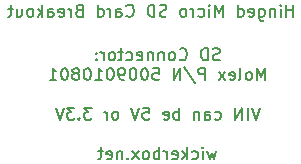
<source format=gbo>
%TF.GenerationSoftware,KiCad,Pcbnew,4.0.4+e1-6308~48~ubuntu16.04.1-stable*%
%TF.CreationDate,2017-01-04T16:11:55-08:00*%
%TF.ProjectId,sd-micro-hinged-5009010801-breakout,73642D6D6963726F2D68696E6765642D,v1.0*%
%TF.FileFunction,Legend,Bot*%
%FSLAX46Y46*%
G04 Gerber Fmt 4.6, Leading zero omitted, Abs format (unit mm)*
G04 Created by KiCad (PCBNEW 4.0.4+e1-6308~48~ubuntu16.04.1-stable) date Wed Jan  4 16:11:55 2017*
%MOMM*%
%LPD*%
G01*
G04 APERTURE LIST*
%ADD10C,0.350000*%
%ADD11C,0.152400*%
G04 APERTURE END LIST*
D10*
D11*
X136712474Y-94693619D02*
X136712474Y-93677619D01*
X136712474Y-94161429D02*
X136131903Y-94161429D01*
X136131903Y-94693619D02*
X136131903Y-93677619D01*
X135648093Y-94693619D02*
X135648093Y-94016286D01*
X135648093Y-93677619D02*
X135696474Y-93726000D01*
X135648093Y-93774381D01*
X135599712Y-93726000D01*
X135648093Y-93677619D01*
X135648093Y-93774381D01*
X135164283Y-94016286D02*
X135164283Y-94693619D01*
X135164283Y-94113048D02*
X135115902Y-94064667D01*
X135019140Y-94016286D01*
X134873998Y-94016286D01*
X134777236Y-94064667D01*
X134728855Y-94161429D01*
X134728855Y-94693619D01*
X133809617Y-94016286D02*
X133809617Y-94838762D01*
X133857998Y-94935524D01*
X133906379Y-94983905D01*
X134003140Y-95032286D01*
X134148283Y-95032286D01*
X134245045Y-94983905D01*
X133809617Y-94645238D02*
X133906379Y-94693619D01*
X134099902Y-94693619D01*
X134196664Y-94645238D01*
X134245045Y-94596857D01*
X134293426Y-94500095D01*
X134293426Y-94209810D01*
X134245045Y-94113048D01*
X134196664Y-94064667D01*
X134099902Y-94016286D01*
X133906379Y-94016286D01*
X133809617Y-94064667D01*
X132938760Y-94645238D02*
X133035522Y-94693619D01*
X133229045Y-94693619D01*
X133325807Y-94645238D01*
X133374188Y-94548476D01*
X133374188Y-94161429D01*
X133325807Y-94064667D01*
X133229045Y-94016286D01*
X133035522Y-94016286D01*
X132938760Y-94064667D01*
X132890379Y-94161429D01*
X132890379Y-94258190D01*
X133374188Y-94354952D01*
X132019522Y-94693619D02*
X132019522Y-93677619D01*
X132019522Y-94645238D02*
X132116284Y-94693619D01*
X132309807Y-94693619D01*
X132406569Y-94645238D01*
X132454950Y-94596857D01*
X132503331Y-94500095D01*
X132503331Y-94209810D01*
X132454950Y-94113048D01*
X132406569Y-94064667D01*
X132309807Y-94016286D01*
X132116284Y-94016286D01*
X132019522Y-94064667D01*
X130761617Y-94693619D02*
X130761617Y-93677619D01*
X130422951Y-94403333D01*
X130084284Y-93677619D01*
X130084284Y-94693619D01*
X129600474Y-94693619D02*
X129600474Y-94016286D01*
X129600474Y-93677619D02*
X129648855Y-93726000D01*
X129600474Y-93774381D01*
X129552093Y-93726000D01*
X129600474Y-93677619D01*
X129600474Y-93774381D01*
X128681236Y-94645238D02*
X128777998Y-94693619D01*
X128971521Y-94693619D01*
X129068283Y-94645238D01*
X129116664Y-94596857D01*
X129165045Y-94500095D01*
X129165045Y-94209810D01*
X129116664Y-94113048D01*
X129068283Y-94064667D01*
X128971521Y-94016286D01*
X128777998Y-94016286D01*
X128681236Y-94064667D01*
X128245807Y-94693619D02*
X128245807Y-94016286D01*
X128245807Y-94209810D02*
X128197426Y-94113048D01*
X128149045Y-94064667D01*
X128052283Y-94016286D01*
X127955522Y-94016286D01*
X127471712Y-94693619D02*
X127568474Y-94645238D01*
X127616855Y-94596857D01*
X127665236Y-94500095D01*
X127665236Y-94209810D01*
X127616855Y-94113048D01*
X127568474Y-94064667D01*
X127471712Y-94016286D01*
X127326570Y-94016286D01*
X127229808Y-94064667D01*
X127181427Y-94113048D01*
X127133046Y-94209810D01*
X127133046Y-94500095D01*
X127181427Y-94596857D01*
X127229808Y-94645238D01*
X127326570Y-94693619D01*
X127471712Y-94693619D01*
X125971903Y-94645238D02*
X125826760Y-94693619D01*
X125584856Y-94693619D01*
X125488094Y-94645238D01*
X125439713Y-94596857D01*
X125391332Y-94500095D01*
X125391332Y-94403333D01*
X125439713Y-94306571D01*
X125488094Y-94258190D01*
X125584856Y-94209810D01*
X125778379Y-94161429D01*
X125875141Y-94113048D01*
X125923522Y-94064667D01*
X125971903Y-93967905D01*
X125971903Y-93871143D01*
X125923522Y-93774381D01*
X125875141Y-93726000D01*
X125778379Y-93677619D01*
X125536475Y-93677619D01*
X125391332Y-93726000D01*
X124955903Y-94693619D02*
X124955903Y-93677619D01*
X124713998Y-93677619D01*
X124568856Y-93726000D01*
X124472094Y-93822762D01*
X124423713Y-93919524D01*
X124375332Y-94113048D01*
X124375332Y-94258190D01*
X124423713Y-94451714D01*
X124472094Y-94548476D01*
X124568856Y-94645238D01*
X124713998Y-94693619D01*
X124955903Y-94693619D01*
X122585237Y-94596857D02*
X122633618Y-94645238D01*
X122778761Y-94693619D01*
X122875523Y-94693619D01*
X123020665Y-94645238D01*
X123117427Y-94548476D01*
X123165808Y-94451714D01*
X123214189Y-94258190D01*
X123214189Y-94113048D01*
X123165808Y-93919524D01*
X123117427Y-93822762D01*
X123020665Y-93726000D01*
X122875523Y-93677619D01*
X122778761Y-93677619D01*
X122633618Y-93726000D01*
X122585237Y-93774381D01*
X121714380Y-94693619D02*
X121714380Y-94161429D01*
X121762761Y-94064667D01*
X121859523Y-94016286D01*
X122053046Y-94016286D01*
X122149808Y-94064667D01*
X121714380Y-94645238D02*
X121811142Y-94693619D01*
X122053046Y-94693619D01*
X122149808Y-94645238D01*
X122198189Y-94548476D01*
X122198189Y-94451714D01*
X122149808Y-94354952D01*
X122053046Y-94306571D01*
X121811142Y-94306571D01*
X121714380Y-94258190D01*
X121230570Y-94693619D02*
X121230570Y-94016286D01*
X121230570Y-94209810D02*
X121182189Y-94113048D01*
X121133808Y-94064667D01*
X121037046Y-94016286D01*
X120940285Y-94016286D01*
X120166190Y-94693619D02*
X120166190Y-93677619D01*
X120166190Y-94645238D02*
X120262952Y-94693619D01*
X120456475Y-94693619D01*
X120553237Y-94645238D01*
X120601618Y-94596857D01*
X120649999Y-94500095D01*
X120649999Y-94209810D01*
X120601618Y-94113048D01*
X120553237Y-94064667D01*
X120456475Y-94016286D01*
X120262952Y-94016286D01*
X120166190Y-94064667D01*
X118569619Y-94161429D02*
X118424476Y-94209810D01*
X118376095Y-94258190D01*
X118327714Y-94354952D01*
X118327714Y-94500095D01*
X118376095Y-94596857D01*
X118424476Y-94645238D01*
X118521238Y-94693619D01*
X118908285Y-94693619D01*
X118908285Y-93677619D01*
X118569619Y-93677619D01*
X118472857Y-93726000D01*
X118424476Y-93774381D01*
X118376095Y-93871143D01*
X118376095Y-93967905D01*
X118424476Y-94064667D01*
X118472857Y-94113048D01*
X118569619Y-94161429D01*
X118908285Y-94161429D01*
X117892285Y-94693619D02*
X117892285Y-94016286D01*
X117892285Y-94209810D02*
X117843904Y-94113048D01*
X117795523Y-94064667D01*
X117698761Y-94016286D01*
X117602000Y-94016286D01*
X116876286Y-94645238D02*
X116973048Y-94693619D01*
X117166571Y-94693619D01*
X117263333Y-94645238D01*
X117311714Y-94548476D01*
X117311714Y-94161429D01*
X117263333Y-94064667D01*
X117166571Y-94016286D01*
X116973048Y-94016286D01*
X116876286Y-94064667D01*
X116827905Y-94161429D01*
X116827905Y-94258190D01*
X117311714Y-94354952D01*
X115957048Y-94693619D02*
X115957048Y-94161429D01*
X116005429Y-94064667D01*
X116102191Y-94016286D01*
X116295714Y-94016286D01*
X116392476Y-94064667D01*
X115957048Y-94645238D02*
X116053810Y-94693619D01*
X116295714Y-94693619D01*
X116392476Y-94645238D01*
X116440857Y-94548476D01*
X116440857Y-94451714D01*
X116392476Y-94354952D01*
X116295714Y-94306571D01*
X116053810Y-94306571D01*
X115957048Y-94258190D01*
X115473238Y-94693619D02*
X115473238Y-93677619D01*
X115376476Y-94306571D02*
X115086191Y-94693619D01*
X115086191Y-94016286D02*
X115473238Y-94403333D01*
X114505619Y-94693619D02*
X114602381Y-94645238D01*
X114650762Y-94596857D01*
X114699143Y-94500095D01*
X114699143Y-94209810D01*
X114650762Y-94113048D01*
X114602381Y-94064667D01*
X114505619Y-94016286D01*
X114360477Y-94016286D01*
X114263715Y-94064667D01*
X114215334Y-94113048D01*
X114166953Y-94209810D01*
X114166953Y-94500095D01*
X114215334Y-94596857D01*
X114263715Y-94645238D01*
X114360477Y-94693619D01*
X114505619Y-94693619D01*
X113296096Y-94016286D02*
X113296096Y-94693619D01*
X113731524Y-94016286D02*
X113731524Y-94548476D01*
X113683143Y-94645238D01*
X113586381Y-94693619D01*
X113441239Y-94693619D01*
X113344477Y-94645238D01*
X113296096Y-94596857D01*
X112957429Y-94016286D02*
X112570381Y-94016286D01*
X112812286Y-93677619D02*
X112812286Y-94548476D01*
X112763905Y-94645238D01*
X112667143Y-94693619D01*
X112570381Y-94693619D01*
X130471332Y-98328238D02*
X130326189Y-98376619D01*
X130084285Y-98376619D01*
X129987523Y-98328238D01*
X129939142Y-98279857D01*
X129890761Y-98183095D01*
X129890761Y-98086333D01*
X129939142Y-97989571D01*
X129987523Y-97941190D01*
X130084285Y-97892810D01*
X130277808Y-97844429D01*
X130374570Y-97796048D01*
X130422951Y-97747667D01*
X130471332Y-97650905D01*
X130471332Y-97554143D01*
X130422951Y-97457381D01*
X130374570Y-97409000D01*
X130277808Y-97360619D01*
X130035904Y-97360619D01*
X129890761Y-97409000D01*
X129455332Y-98376619D02*
X129455332Y-97360619D01*
X129213427Y-97360619D01*
X129068285Y-97409000D01*
X128971523Y-97505762D01*
X128923142Y-97602524D01*
X128874761Y-97796048D01*
X128874761Y-97941190D01*
X128923142Y-98134714D01*
X128971523Y-98231476D01*
X129068285Y-98328238D01*
X129213427Y-98376619D01*
X129455332Y-98376619D01*
X127084666Y-98279857D02*
X127133047Y-98328238D01*
X127278190Y-98376619D01*
X127374952Y-98376619D01*
X127520094Y-98328238D01*
X127616856Y-98231476D01*
X127665237Y-98134714D01*
X127713618Y-97941190D01*
X127713618Y-97796048D01*
X127665237Y-97602524D01*
X127616856Y-97505762D01*
X127520094Y-97409000D01*
X127374952Y-97360619D01*
X127278190Y-97360619D01*
X127133047Y-97409000D01*
X127084666Y-97457381D01*
X126504094Y-98376619D02*
X126600856Y-98328238D01*
X126649237Y-98279857D01*
X126697618Y-98183095D01*
X126697618Y-97892810D01*
X126649237Y-97796048D01*
X126600856Y-97747667D01*
X126504094Y-97699286D01*
X126358952Y-97699286D01*
X126262190Y-97747667D01*
X126213809Y-97796048D01*
X126165428Y-97892810D01*
X126165428Y-98183095D01*
X126213809Y-98279857D01*
X126262190Y-98328238D01*
X126358952Y-98376619D01*
X126504094Y-98376619D01*
X125729999Y-97699286D02*
X125729999Y-98376619D01*
X125729999Y-97796048D02*
X125681618Y-97747667D01*
X125584856Y-97699286D01*
X125439714Y-97699286D01*
X125342952Y-97747667D01*
X125294571Y-97844429D01*
X125294571Y-98376619D01*
X124810761Y-97699286D02*
X124810761Y-98376619D01*
X124810761Y-97796048D02*
X124762380Y-97747667D01*
X124665618Y-97699286D01*
X124520476Y-97699286D01*
X124423714Y-97747667D01*
X124375333Y-97844429D01*
X124375333Y-98376619D01*
X123504476Y-98328238D02*
X123601238Y-98376619D01*
X123794761Y-98376619D01*
X123891523Y-98328238D01*
X123939904Y-98231476D01*
X123939904Y-97844429D01*
X123891523Y-97747667D01*
X123794761Y-97699286D01*
X123601238Y-97699286D01*
X123504476Y-97747667D01*
X123456095Y-97844429D01*
X123456095Y-97941190D01*
X123939904Y-98037952D01*
X122585238Y-98328238D02*
X122682000Y-98376619D01*
X122875523Y-98376619D01*
X122972285Y-98328238D01*
X123020666Y-98279857D01*
X123069047Y-98183095D01*
X123069047Y-97892810D01*
X123020666Y-97796048D01*
X122972285Y-97747667D01*
X122875523Y-97699286D01*
X122682000Y-97699286D01*
X122585238Y-97747667D01*
X122294952Y-97699286D02*
X121907904Y-97699286D01*
X122149809Y-97360619D02*
X122149809Y-98231476D01*
X122101428Y-98328238D01*
X122004666Y-98376619D01*
X121907904Y-98376619D01*
X121424095Y-98376619D02*
X121520857Y-98328238D01*
X121569238Y-98279857D01*
X121617619Y-98183095D01*
X121617619Y-97892810D01*
X121569238Y-97796048D01*
X121520857Y-97747667D01*
X121424095Y-97699286D01*
X121278953Y-97699286D01*
X121182191Y-97747667D01*
X121133810Y-97796048D01*
X121085429Y-97892810D01*
X121085429Y-98183095D01*
X121133810Y-98279857D01*
X121182191Y-98328238D01*
X121278953Y-98376619D01*
X121424095Y-98376619D01*
X120650000Y-98376619D02*
X120650000Y-97699286D01*
X120650000Y-97892810D02*
X120601619Y-97796048D01*
X120553238Y-97747667D01*
X120456476Y-97699286D01*
X120359715Y-97699286D01*
X120021048Y-98279857D02*
X119972667Y-98328238D01*
X120021048Y-98376619D01*
X120069429Y-98328238D01*
X120021048Y-98279857D01*
X120021048Y-98376619D01*
X120021048Y-97747667D02*
X119972667Y-97796048D01*
X120021048Y-97844429D01*
X120069429Y-97796048D01*
X120021048Y-97747667D01*
X120021048Y-97844429D01*
X134317618Y-100053019D02*
X134317618Y-99037019D01*
X133978952Y-99762733D01*
X133640285Y-99037019D01*
X133640285Y-100053019D01*
X133011332Y-100053019D02*
X133108094Y-100004638D01*
X133156475Y-99956257D01*
X133204856Y-99859495D01*
X133204856Y-99569210D01*
X133156475Y-99472448D01*
X133108094Y-99424067D01*
X133011332Y-99375686D01*
X132866190Y-99375686D01*
X132769428Y-99424067D01*
X132721047Y-99472448D01*
X132672666Y-99569210D01*
X132672666Y-99859495D01*
X132721047Y-99956257D01*
X132769428Y-100004638D01*
X132866190Y-100053019D01*
X133011332Y-100053019D01*
X132092094Y-100053019D02*
X132188856Y-100004638D01*
X132237237Y-99907876D01*
X132237237Y-99037019D01*
X131318000Y-100004638D02*
X131414762Y-100053019D01*
X131608285Y-100053019D01*
X131705047Y-100004638D01*
X131753428Y-99907876D01*
X131753428Y-99520829D01*
X131705047Y-99424067D01*
X131608285Y-99375686D01*
X131414762Y-99375686D01*
X131318000Y-99424067D01*
X131269619Y-99520829D01*
X131269619Y-99617590D01*
X131753428Y-99714352D01*
X130930952Y-100053019D02*
X130398762Y-99375686D01*
X130930952Y-99375686D02*
X130398762Y-100053019D01*
X129237619Y-100053019D02*
X129237619Y-99037019D01*
X128850572Y-99037019D01*
X128753810Y-99085400D01*
X128705429Y-99133781D01*
X128657048Y-99230543D01*
X128657048Y-99375686D01*
X128705429Y-99472448D01*
X128753810Y-99520829D01*
X128850572Y-99569210D01*
X129237619Y-99569210D01*
X127495905Y-98988638D02*
X128366762Y-100294924D01*
X127157238Y-100053019D02*
X127157238Y-99037019D01*
X126576667Y-100053019D01*
X126576667Y-99037019D01*
X124834953Y-99037019D02*
X125318762Y-99037019D01*
X125367143Y-99520829D01*
X125318762Y-99472448D01*
X125222000Y-99424067D01*
X124980096Y-99424067D01*
X124883334Y-99472448D01*
X124834953Y-99520829D01*
X124786572Y-99617590D01*
X124786572Y-99859495D01*
X124834953Y-99956257D01*
X124883334Y-100004638D01*
X124980096Y-100053019D01*
X125222000Y-100053019D01*
X125318762Y-100004638D01*
X125367143Y-99956257D01*
X124157619Y-99037019D02*
X124060858Y-99037019D01*
X123964096Y-99085400D01*
X123915715Y-99133781D01*
X123867334Y-99230543D01*
X123818953Y-99424067D01*
X123818953Y-99665971D01*
X123867334Y-99859495D01*
X123915715Y-99956257D01*
X123964096Y-100004638D01*
X124060858Y-100053019D01*
X124157619Y-100053019D01*
X124254381Y-100004638D01*
X124302762Y-99956257D01*
X124351143Y-99859495D01*
X124399524Y-99665971D01*
X124399524Y-99424067D01*
X124351143Y-99230543D01*
X124302762Y-99133781D01*
X124254381Y-99085400D01*
X124157619Y-99037019D01*
X123190000Y-99037019D02*
X123093239Y-99037019D01*
X122996477Y-99085400D01*
X122948096Y-99133781D01*
X122899715Y-99230543D01*
X122851334Y-99424067D01*
X122851334Y-99665971D01*
X122899715Y-99859495D01*
X122948096Y-99956257D01*
X122996477Y-100004638D01*
X123093239Y-100053019D01*
X123190000Y-100053019D01*
X123286762Y-100004638D01*
X123335143Y-99956257D01*
X123383524Y-99859495D01*
X123431905Y-99665971D01*
X123431905Y-99424067D01*
X123383524Y-99230543D01*
X123335143Y-99133781D01*
X123286762Y-99085400D01*
X123190000Y-99037019D01*
X122367524Y-100053019D02*
X122174000Y-100053019D01*
X122077239Y-100004638D01*
X122028858Y-99956257D01*
X121932096Y-99811114D01*
X121883715Y-99617590D01*
X121883715Y-99230543D01*
X121932096Y-99133781D01*
X121980477Y-99085400D01*
X122077239Y-99037019D01*
X122270762Y-99037019D01*
X122367524Y-99085400D01*
X122415905Y-99133781D01*
X122464286Y-99230543D01*
X122464286Y-99472448D01*
X122415905Y-99569210D01*
X122367524Y-99617590D01*
X122270762Y-99665971D01*
X122077239Y-99665971D01*
X121980477Y-99617590D01*
X121932096Y-99569210D01*
X121883715Y-99472448D01*
X121254762Y-99037019D02*
X121158001Y-99037019D01*
X121061239Y-99085400D01*
X121012858Y-99133781D01*
X120964477Y-99230543D01*
X120916096Y-99424067D01*
X120916096Y-99665971D01*
X120964477Y-99859495D01*
X121012858Y-99956257D01*
X121061239Y-100004638D01*
X121158001Y-100053019D01*
X121254762Y-100053019D01*
X121351524Y-100004638D01*
X121399905Y-99956257D01*
X121448286Y-99859495D01*
X121496667Y-99665971D01*
X121496667Y-99424067D01*
X121448286Y-99230543D01*
X121399905Y-99133781D01*
X121351524Y-99085400D01*
X121254762Y-99037019D01*
X119948477Y-100053019D02*
X120529048Y-100053019D01*
X120238762Y-100053019D02*
X120238762Y-99037019D01*
X120335524Y-99182162D01*
X120432286Y-99278924D01*
X120529048Y-99327305D01*
X119319524Y-99037019D02*
X119222763Y-99037019D01*
X119126001Y-99085400D01*
X119077620Y-99133781D01*
X119029239Y-99230543D01*
X118980858Y-99424067D01*
X118980858Y-99665971D01*
X119029239Y-99859495D01*
X119077620Y-99956257D01*
X119126001Y-100004638D01*
X119222763Y-100053019D01*
X119319524Y-100053019D01*
X119416286Y-100004638D01*
X119464667Y-99956257D01*
X119513048Y-99859495D01*
X119561429Y-99665971D01*
X119561429Y-99424067D01*
X119513048Y-99230543D01*
X119464667Y-99133781D01*
X119416286Y-99085400D01*
X119319524Y-99037019D01*
X118400286Y-99472448D02*
X118497048Y-99424067D01*
X118545429Y-99375686D01*
X118593810Y-99278924D01*
X118593810Y-99230543D01*
X118545429Y-99133781D01*
X118497048Y-99085400D01*
X118400286Y-99037019D01*
X118206763Y-99037019D01*
X118110001Y-99085400D01*
X118061620Y-99133781D01*
X118013239Y-99230543D01*
X118013239Y-99278924D01*
X118061620Y-99375686D01*
X118110001Y-99424067D01*
X118206763Y-99472448D01*
X118400286Y-99472448D01*
X118497048Y-99520829D01*
X118545429Y-99569210D01*
X118593810Y-99665971D01*
X118593810Y-99859495D01*
X118545429Y-99956257D01*
X118497048Y-100004638D01*
X118400286Y-100053019D01*
X118206763Y-100053019D01*
X118110001Y-100004638D01*
X118061620Y-99956257D01*
X118013239Y-99859495D01*
X118013239Y-99665971D01*
X118061620Y-99569210D01*
X118110001Y-99520829D01*
X118206763Y-99472448D01*
X117384286Y-99037019D02*
X117287525Y-99037019D01*
X117190763Y-99085400D01*
X117142382Y-99133781D01*
X117094001Y-99230543D01*
X117045620Y-99424067D01*
X117045620Y-99665971D01*
X117094001Y-99859495D01*
X117142382Y-99956257D01*
X117190763Y-100004638D01*
X117287525Y-100053019D01*
X117384286Y-100053019D01*
X117481048Y-100004638D01*
X117529429Y-99956257D01*
X117577810Y-99859495D01*
X117626191Y-99665971D01*
X117626191Y-99424067D01*
X117577810Y-99230543D01*
X117529429Y-99133781D01*
X117481048Y-99085400D01*
X117384286Y-99037019D01*
X116078001Y-100053019D02*
X116658572Y-100053019D01*
X116368286Y-100053019D02*
X116368286Y-99037019D01*
X116465048Y-99182162D01*
X116561810Y-99278924D01*
X116658572Y-99327305D01*
X133857999Y-102389819D02*
X133519332Y-103405819D01*
X133180666Y-102389819D01*
X132841999Y-103405819D02*
X132841999Y-102389819D01*
X132358189Y-103405819D02*
X132358189Y-102389819D01*
X131777618Y-103405819D01*
X131777618Y-102389819D01*
X130084285Y-103357438D02*
X130181047Y-103405819D01*
X130374570Y-103405819D01*
X130471332Y-103357438D01*
X130519713Y-103309057D01*
X130568094Y-103212295D01*
X130568094Y-102922010D01*
X130519713Y-102825248D01*
X130471332Y-102776867D01*
X130374570Y-102728486D01*
X130181047Y-102728486D01*
X130084285Y-102776867D01*
X129213428Y-103405819D02*
X129213428Y-102873629D01*
X129261809Y-102776867D01*
X129358571Y-102728486D01*
X129552094Y-102728486D01*
X129648856Y-102776867D01*
X129213428Y-103357438D02*
X129310190Y-103405819D01*
X129552094Y-103405819D01*
X129648856Y-103357438D01*
X129697237Y-103260676D01*
X129697237Y-103163914D01*
X129648856Y-103067152D01*
X129552094Y-103018771D01*
X129310190Y-103018771D01*
X129213428Y-102970390D01*
X128729618Y-102728486D02*
X128729618Y-103405819D01*
X128729618Y-102825248D02*
X128681237Y-102776867D01*
X128584475Y-102728486D01*
X128439333Y-102728486D01*
X128342571Y-102776867D01*
X128294190Y-102873629D01*
X128294190Y-103405819D01*
X127036285Y-103405819D02*
X127036285Y-102389819D01*
X127036285Y-102776867D02*
X126939523Y-102728486D01*
X126746000Y-102728486D01*
X126649238Y-102776867D01*
X126600857Y-102825248D01*
X126552476Y-102922010D01*
X126552476Y-103212295D01*
X126600857Y-103309057D01*
X126649238Y-103357438D01*
X126746000Y-103405819D01*
X126939523Y-103405819D01*
X127036285Y-103357438D01*
X125730000Y-103357438D02*
X125826762Y-103405819D01*
X126020285Y-103405819D01*
X126117047Y-103357438D01*
X126165428Y-103260676D01*
X126165428Y-102873629D01*
X126117047Y-102776867D01*
X126020285Y-102728486D01*
X125826762Y-102728486D01*
X125730000Y-102776867D01*
X125681619Y-102873629D01*
X125681619Y-102970390D01*
X126165428Y-103067152D01*
X123988286Y-102389819D02*
X124472095Y-102389819D01*
X124520476Y-102873629D01*
X124472095Y-102825248D01*
X124375333Y-102776867D01*
X124133429Y-102776867D01*
X124036667Y-102825248D01*
X123988286Y-102873629D01*
X123939905Y-102970390D01*
X123939905Y-103212295D01*
X123988286Y-103309057D01*
X124036667Y-103357438D01*
X124133429Y-103405819D01*
X124375333Y-103405819D01*
X124472095Y-103357438D01*
X124520476Y-103309057D01*
X123649619Y-102389819D02*
X123310952Y-103405819D01*
X122972286Y-102389819D01*
X121714381Y-103405819D02*
X121811143Y-103357438D01*
X121859524Y-103309057D01*
X121907905Y-103212295D01*
X121907905Y-102922010D01*
X121859524Y-102825248D01*
X121811143Y-102776867D01*
X121714381Y-102728486D01*
X121569239Y-102728486D01*
X121472477Y-102776867D01*
X121424096Y-102825248D01*
X121375715Y-102922010D01*
X121375715Y-103212295D01*
X121424096Y-103309057D01*
X121472477Y-103357438D01*
X121569239Y-103405819D01*
X121714381Y-103405819D01*
X120940286Y-103405819D02*
X120940286Y-102728486D01*
X120940286Y-102922010D02*
X120891905Y-102825248D01*
X120843524Y-102776867D01*
X120746762Y-102728486D01*
X120650001Y-102728486D01*
X119634001Y-102389819D02*
X119005049Y-102389819D01*
X119343715Y-102776867D01*
X119198573Y-102776867D01*
X119101811Y-102825248D01*
X119053430Y-102873629D01*
X119005049Y-102970390D01*
X119005049Y-103212295D01*
X119053430Y-103309057D01*
X119101811Y-103357438D01*
X119198573Y-103405819D01*
X119488858Y-103405819D01*
X119585620Y-103357438D01*
X119634001Y-103309057D01*
X118569620Y-103309057D02*
X118521239Y-103357438D01*
X118569620Y-103405819D01*
X118618001Y-103357438D01*
X118569620Y-103309057D01*
X118569620Y-103405819D01*
X118182572Y-102389819D02*
X117553620Y-102389819D01*
X117892286Y-102776867D01*
X117747144Y-102776867D01*
X117650382Y-102825248D01*
X117602001Y-102873629D01*
X117553620Y-102970390D01*
X117553620Y-103212295D01*
X117602001Y-103309057D01*
X117650382Y-103357438D01*
X117747144Y-103405819D01*
X118037429Y-103405819D01*
X118134191Y-103357438D01*
X118182572Y-103309057D01*
X117263334Y-102389819D02*
X116924667Y-103405819D01*
X116586001Y-102389819D01*
X130205237Y-106081286D02*
X130011713Y-106758619D01*
X129818190Y-106274810D01*
X129624666Y-106758619D01*
X129431142Y-106081286D01*
X129044094Y-106758619D02*
X129044094Y-106081286D01*
X129044094Y-105742619D02*
X129092475Y-105791000D01*
X129044094Y-105839381D01*
X128995713Y-105791000D01*
X129044094Y-105742619D01*
X129044094Y-105839381D01*
X128124856Y-106710238D02*
X128221618Y-106758619D01*
X128415141Y-106758619D01*
X128511903Y-106710238D01*
X128560284Y-106661857D01*
X128608665Y-106565095D01*
X128608665Y-106274810D01*
X128560284Y-106178048D01*
X128511903Y-106129667D01*
X128415141Y-106081286D01*
X128221618Y-106081286D01*
X128124856Y-106129667D01*
X127689427Y-106758619D02*
X127689427Y-105742619D01*
X127592665Y-106371571D02*
X127302380Y-106758619D01*
X127302380Y-106081286D02*
X127689427Y-106468333D01*
X126479904Y-106710238D02*
X126576666Y-106758619D01*
X126770189Y-106758619D01*
X126866951Y-106710238D01*
X126915332Y-106613476D01*
X126915332Y-106226429D01*
X126866951Y-106129667D01*
X126770189Y-106081286D01*
X126576666Y-106081286D01*
X126479904Y-106129667D01*
X126431523Y-106226429D01*
X126431523Y-106323190D01*
X126915332Y-106419952D01*
X125996094Y-106758619D02*
X125996094Y-106081286D01*
X125996094Y-106274810D02*
X125947713Y-106178048D01*
X125899332Y-106129667D01*
X125802570Y-106081286D01*
X125705809Y-106081286D01*
X125367142Y-106758619D02*
X125367142Y-105742619D01*
X125367142Y-106129667D02*
X125270380Y-106081286D01*
X125076857Y-106081286D01*
X124980095Y-106129667D01*
X124931714Y-106178048D01*
X124883333Y-106274810D01*
X124883333Y-106565095D01*
X124931714Y-106661857D01*
X124980095Y-106710238D01*
X125076857Y-106758619D01*
X125270380Y-106758619D01*
X125367142Y-106710238D01*
X124302761Y-106758619D02*
X124399523Y-106710238D01*
X124447904Y-106661857D01*
X124496285Y-106565095D01*
X124496285Y-106274810D01*
X124447904Y-106178048D01*
X124399523Y-106129667D01*
X124302761Y-106081286D01*
X124157619Y-106081286D01*
X124060857Y-106129667D01*
X124012476Y-106178048D01*
X123964095Y-106274810D01*
X123964095Y-106565095D01*
X124012476Y-106661857D01*
X124060857Y-106710238D01*
X124157619Y-106758619D01*
X124302761Y-106758619D01*
X123625428Y-106758619D02*
X123093238Y-106081286D01*
X123625428Y-106081286D02*
X123093238Y-106758619D01*
X122706190Y-106661857D02*
X122657809Y-106710238D01*
X122706190Y-106758619D01*
X122754571Y-106710238D01*
X122706190Y-106661857D01*
X122706190Y-106758619D01*
X122222380Y-106081286D02*
X122222380Y-106758619D01*
X122222380Y-106178048D02*
X122173999Y-106129667D01*
X122077237Y-106081286D01*
X121932095Y-106081286D01*
X121835333Y-106129667D01*
X121786952Y-106226429D01*
X121786952Y-106758619D01*
X120916095Y-106710238D02*
X121012857Y-106758619D01*
X121206380Y-106758619D01*
X121303142Y-106710238D01*
X121351523Y-106613476D01*
X121351523Y-106226429D01*
X121303142Y-106129667D01*
X121206380Y-106081286D01*
X121012857Y-106081286D01*
X120916095Y-106129667D01*
X120867714Y-106226429D01*
X120867714Y-106323190D01*
X121351523Y-106419952D01*
X120577428Y-106081286D02*
X120190380Y-106081286D01*
X120432285Y-105742619D02*
X120432285Y-106613476D01*
X120383904Y-106710238D01*
X120287142Y-106758619D01*
X120190380Y-106758619D01*
M02*

</source>
